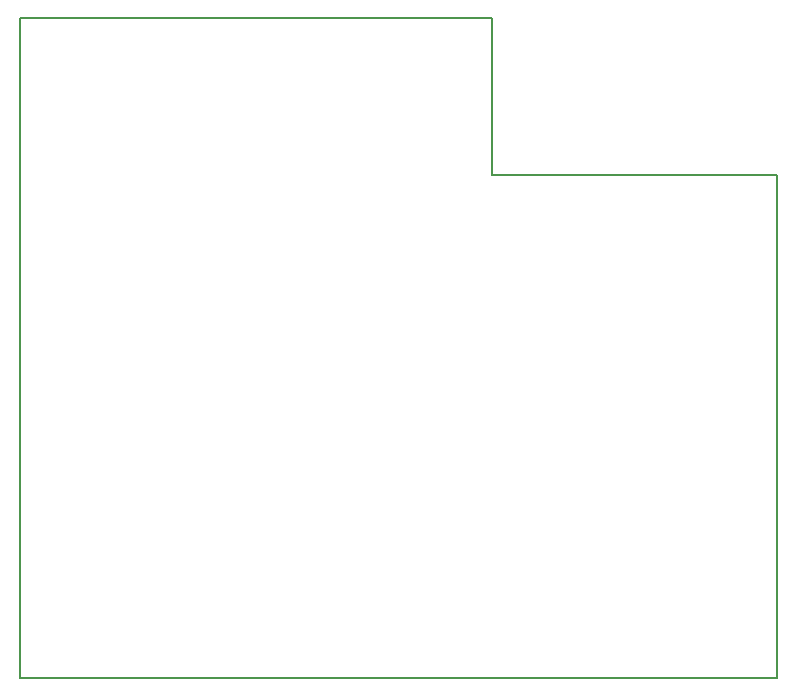
<source format=gm1>
G04 #@! TF.GenerationSoftware,KiCad,Pcbnew,no-vcs-found-7613~57~ubuntu16.04.1*
G04 #@! TF.CreationDate,2017-02-12T00:19:34-08:00*
G04 #@! TF.ProjectId,access-pi,6163636573732D70692E6B696361645F,rev?*
G04 #@! TF.FileFunction,Profile,NP*
%FSLAX46Y46*%
G04 Gerber Fmt 4.6, Leading zero omitted, Abs format (unit mm)*
G04 Created by KiCad (PCBNEW no-vcs-found-7613~57~ubuntu16.04.1) date Sun Feb 12 00:19:34 2017*
%MOMM*%
%LPD*%
G01*
G04 APERTURE LIST*
%ADD10C,0.150000*%
G04 APERTURE END LIST*
D10*
X140081000Y-113411000D02*
X140081000Y-100076000D01*
X164211000Y-113411000D02*
X140081000Y-113411000D01*
X100076000Y-100076000D02*
X140081000Y-100076000D01*
X164211000Y-113411000D02*
X164211000Y-155956000D01*
X164211000Y-155956000D02*
X100076000Y-155956000D01*
X100076000Y-100076000D02*
X100076000Y-155956000D01*
M02*

</source>
